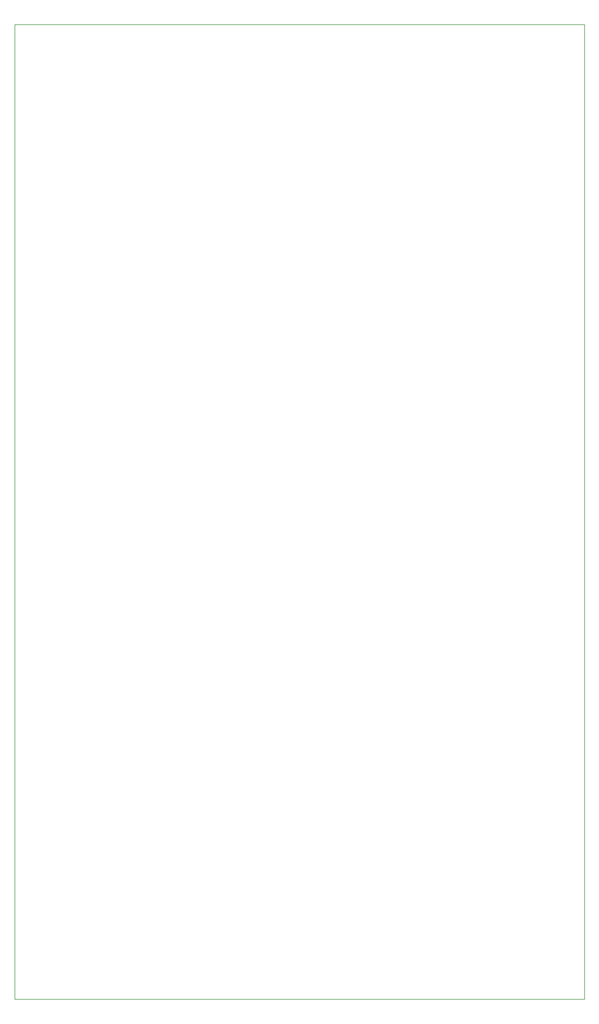
<source format=gm1>
G04 #@! TF.GenerationSoftware,KiCad,Pcbnew,8.0.1-8.0.1-1~ubuntu22.04.1*
G04 #@! TF.CreationDate,2024-08-18T12:24:04+02:00*
G04 #@! TF.ProjectId,nerdqaxe+,6e657264-7161-4786-952b-2e6b69636164,rev?*
G04 #@! TF.SameCoordinates,Original*
G04 #@! TF.FileFunction,Profile,NP*
%FSLAX46Y46*%
G04 Gerber Fmt 4.6, Leading zero omitted, Abs format (unit mm)*
G04 Created by KiCad (PCBNEW 8.0.1-8.0.1-1~ubuntu22.04.1) date 2024-08-18 12:24:04*
%MOMM*%
%LPD*%
G01*
G04 APERTURE LIST*
G04 #@! TA.AperFunction,Profile*
%ADD10C,0.100000*%
G04 #@! TD*
G04 APERTURE END LIST*
D10*
X140000000Y-176000000D02*
X140000000Y-24000000D01*
X140000000Y-24000000D02*
X51000000Y-24000000D01*
X51000000Y-176000000D02*
X140000000Y-176000000D01*
X51000000Y-24000000D02*
X51000000Y-176000000D01*
M02*

</source>
